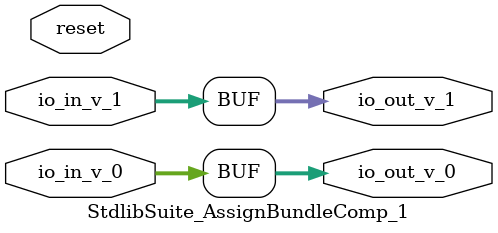
<source format=v>
module StdlibSuite_AssignBundleComp_1(input reset,
    input [1:0] io_in_v_1,
    input [1:0] io_in_v_0,
    output[1:0] io_out_v_1,
    output[1:0] io_out_v_0
);



  assign io_out_v_0 = io_in_v_0;
  assign io_out_v_1 = io_in_v_1;
endmodule


</source>
